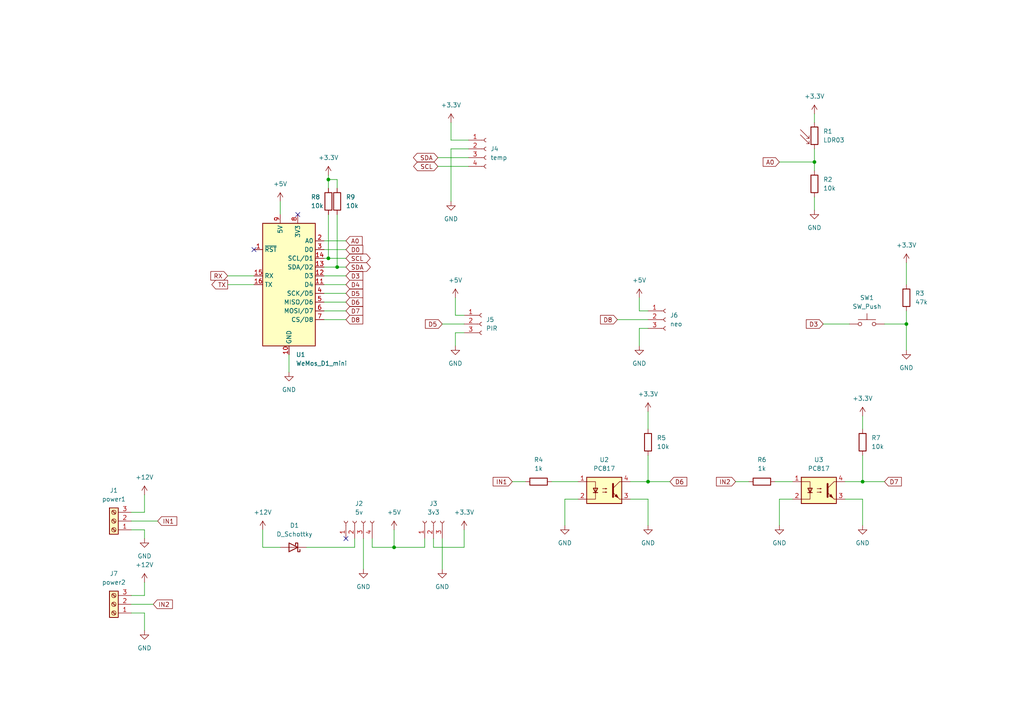
<source format=kicad_sch>
(kicad_sch (version 20211123) (generator eeschema)
  (paper "A4")
  (lib_symbols
    (symbol "Connector:Conn_01x03_Female" (pin_names (offset 1.016) hide)
      (property "Reference" "J" (at 0 5.08 0))
      (property "Value" "Conn_01x03_Female" (at 0 -5.08 0))
      (symbol "Conn_01x03_Female_1_1"
        (arc (start 0 -2.032) (mid -0.508 -2.54) (end 0 -3.048) (stroke (width 0.1524)))
        (polyline (pts (xy -1.27 -2.54) (xy -0.508 -2.54)) (stroke (width 0.1524)))
        (polyline (pts (xy -1.27 0) (xy -0.508 0)) (stroke (width 0.1524)))
        (polyline (pts (xy -1.27 2.54) (xy -0.508 2.54)) (stroke (width 0.1524)))
        (arc (start 0 0.508) (mid -0.508 0) (end 0 -0.508) (stroke (width 0.1524)))
        (arc (start 0 3.048) (mid -0.508 2.54) (end 0 2.032) (stroke (width 0.1524)))
        (pin passive line (at -5.08 2.54 0) (length 3.81) (name "Pin_1") (number "1"))
        (pin passive line (at -5.08 0 0) (length 3.81) (name "Pin_2") (number "2"))
        (pin passive line (at -5.08 -2.54 0) (length 3.81) (name "Pin_3") (number "3"))
      )
    )
    (symbol "Connector:Conn_01x04_Female" (pin_names (offset 1.016) hide)
      (property "Reference" "J" (at 0 5.08 0))
      (property "Value" "Conn_01x04_Female" (at 0 -7.62 0))
      (symbol "Conn_01x04_Female_1_1"
        (arc (start 0 -4.572) (mid -0.508 -5.08) (end 0 -5.588) (stroke (width 0.1524)))
        (arc (start 0 -2.032) (mid -0.508 -2.54) (end 0 -3.048) (stroke (width 0.1524)))
        (polyline (pts (xy -1.27 -5.08) (xy -0.508 -5.08)) (stroke (width 0.1524)))
        (polyline (pts (xy -1.27 -2.54) (xy -0.508 -2.54)) (stroke (width 0.1524)))
        (polyline (pts (xy -1.27 0) (xy -0.508 0)) (stroke (width 0.1524)))
        (polyline (pts (xy -1.27 2.54) (xy -0.508 2.54)) (stroke (width 0.1524)))
        (arc (start 0 0.508) (mid -0.508 0) (end 0 -0.508) (stroke (width 0.1524)))
        (arc (start 0 3.048) (mid -0.508 2.54) (end 0 2.032) (stroke (width 0.1524)))
        (pin passive line (at -5.08 2.54 0) (length 3.81) (name "Pin_1") (number "1"))
        (pin passive line (at -5.08 0 0) (length 3.81) (name "Pin_2") (number "2"))
        (pin passive line (at -5.08 -2.54 0) (length 3.81) (name "Pin_3") (number "3"))
        (pin passive line (at -5.08 -5.08 0) (length 3.81) (name "Pin_4") (number "4"))
      )
    )
    (symbol "Connector:Screw_Terminal_01x03" (pin_names (offset 1.016) hide)
      (property "Reference" "J" (at 0 5.08 0))
      (property "Value" "Screw_Terminal_01x03" (at 0 -5.08 0))
      (symbol "Screw_Terminal_01x03_1_1"
        (rectangle (start -1.27 3.81) (end 1.27 -3.81) (stroke (width 0.254)) (fill (type background)))
        (circle (center 0 -2.54) (radius 0.635) (stroke (width 0.1524)))
        (polyline (pts (xy -0.5334 -2.2098) (xy 0.3302 -3.048)) (stroke (width 0.1524)))
        (polyline (pts (xy -0.5334 0.3302) (xy 0.3302 -0.508)) (stroke (width 0.1524)))
        (polyline (pts (xy -0.5334 2.8702) (xy 0.3302 2.032)) (stroke (width 0.1524)))
        (polyline (pts (xy -0.3556 -2.032) (xy 0.508 -2.8702)) (stroke (width 0.1524)))
        (polyline (pts (xy -0.3556 0.508) (xy 0.508 -0.3302)) (stroke (width 0.1524)))
        (polyline (pts (xy -0.3556 3.048) (xy 0.508 2.2098)) (stroke (width 0.1524)))
        (circle (center 0 0) (radius 0.635) (stroke (width 0.1524)))
        (circle (center 0 2.54) (radius 0.635) (stroke (width 0.1524)))
        (pin passive line (at -5.08 2.54 0) (length 3.81) (name "Pin_1") (number "1"))
        (pin passive line (at -5.08 0 0) (length 3.81) (name "Pin_2") (number "2"))
        (pin passive line (at -5.08 -2.54 0) (length 3.81) (name "Pin_3") (number "3"))
      )
    )
    (symbol "Device:D_Schottky" (pin_numbers hide) (pin_names (offset 1.016) hide)
      (property "Reference" "D" (at 0 2.54 0))
      (property "Value" "D_Schottky" (at 0 -2.54 0))
      (symbol "D_Schottky_0_1"
        (polyline (pts (xy 1.27 0) (xy -1.27 0)))
        (polyline (pts (xy 1.27 1.27) (xy 1.27 -1.27) (xy -1.27 0) (xy 1.27 1.27)) (stroke (width 0.254)))
        (polyline (pts (xy -1.905 0.635) (xy -1.905 1.27) (xy -1.27 1.27) (xy -1.27 -1.27) (xy -0.635 -1.27) (xy -0.635 -0.635)) (stroke (width 0.254)))
      )
      (symbol "D_Schottky_1_1"
        (pin passive line (at -3.81 0 0) (length 2.54) (name "K") (number "1"))
        (pin passive line (at 3.81 0 180) (length 2.54) (name "A") (number "2"))
      )
    )
    (symbol "Device:R" (pin_numbers hide) (pin_names (offset 0))
      (property "Reference" "R" (at 2.032 0 90))
      (property "Value" "R" (at 0 0 90))
      (symbol "R_0_1"
        (rectangle (start -1.016 -2.54) (end 1.016 2.54) (stroke (width 0.254)))
      )
      (symbol "R_1_1"
        (pin passive line (at 0 3.81 270) (length 1.27) (name "~") (number "1"))
        (pin passive line (at 0 -3.81 90) (length 1.27) (name "~") (number "2"))
      )
    )
    (symbol "Isolator:PC817" (pin_names (offset 1.016))
      (property "Reference" "U" (at -5.08 5.08 0))
      (property "Value" "PC817" (at 0 5.08 0))
      (symbol "PC817_0_1"
        (rectangle (start -5.08 3.81) (end 5.08 -3.81) (stroke (width 0.254)) (fill (type background)))
        (polyline (pts (xy -3.175 -0.635) (xy -1.905 -0.635)) (stroke (width 0.254)))
        (polyline (pts (xy 2.54 0.635) (xy 4.445 2.54)))
        (polyline (pts (xy 4.445 -2.54) (xy 2.54 -0.635)) (fill (type outline)))
        (polyline (pts (xy 4.445 -2.54) (xy 5.08 -2.54)))
        (polyline (pts (xy 4.445 2.54) (xy 5.08 2.54)))
        (polyline (pts (xy -5.08 2.54) (xy -2.54 2.54) (xy -2.54 -0.635)))
        (polyline (pts (xy -2.54 -0.635) (xy -2.54 -2.54) (xy -5.08 -2.54)))
        (polyline (pts (xy 2.54 1.905) (xy 2.54 -1.905) (xy 2.54 -1.905)) (stroke (width 0.508)))
        (polyline (pts (xy -2.54 -0.635) (xy -3.175 0.635) (xy -1.905 0.635) (xy -2.54 -0.635)) (stroke (width 0.254)))
        (polyline (pts (xy -0.508 -0.508) (xy 0.762 -0.508) (xy 0.381 -0.635) (xy 0.381 -0.381) (xy 0.762 -0.508)))
        (polyline (pts (xy -0.508 0.508) (xy 0.762 0.508) (xy 0.381 0.381) (xy 0.381 0.635) (xy 0.762 0.508)))
        (polyline (pts (xy 3.048 -1.651) (xy 3.556 -1.143) (xy 4.064 -2.159) (xy 3.048 -1.651) (xy 3.048 -1.651)) (fill (type outline)))
      )
      (symbol "PC817_1_1"
        (pin passive line (at -7.62 2.54 0) (length 2.54) (name "~") (number "1"))
        (pin passive line (at -7.62 -2.54 0) (length 2.54) (name "~") (number "2"))
        (pin passive line (at 7.62 -2.54 180) (length 2.54) (name "~") (number "3"))
        (pin passive line (at 7.62 2.54 180) (length 2.54) (name "~") (number "4"))
      )
    )
    (symbol "MCU_Module:WeMos_D1_mini"
      (property "Reference" "U" (at 3.81 19.05 0))
      (property "Value" "WeMos_D1_mini" (at 1.27 -19.05 0))
      (symbol "WeMos_D1_mini_1_1"
        (rectangle (start -7.62 17.78) (end 7.62 -17.78) (stroke (width 0.254)) (fill (type background)))
        (pin input line (at -10.16 10.16 0) (length 2.54) (name "~{RST}") (number "1"))
        (pin power_in line (at 0 -20.32 90) (length 2.54) (name "GND") (number "10"))
        (pin bidirectional line (at 10.16 0 180) (length 2.54) (name "D4") (number "11"))
        (pin bidirectional line (at 10.16 2.54 180) (length 2.54) (name "D3") (number "12"))
        (pin bidirectional line (at 10.16 5.08 180) (length 2.54) (name "SDA/D2") (number "13"))
        (pin bidirectional line (at 10.16 7.62 180) (length 2.54) (name "SCL/D1") (number "14"))
        (pin input line (at -10.16 2.54 0) (length 2.54) (name "RX") (number "15"))
        (pin output line (at -10.16 0 0) (length 2.54) (name "TX") (number "16"))
        (pin input line (at 10.16 12.7 180) (length 2.54) (name "A0") (number "2"))
        (pin bidirectional line (at 10.16 10.16 180) (length 2.54) (name "D0") (number "3"))
        (pin bidirectional line (at 10.16 -2.54 180) (length 2.54) (name "SCK/D5") (number "4"))
        (pin bidirectional line (at 10.16 -5.08 180) (length 2.54) (name "MISO/D6") (number "5"))
        (pin bidirectional line (at 10.16 -7.62 180) (length 2.54) (name "MOSI/D7") (number "6"))
        (pin bidirectional line (at 10.16 -10.16 180) (length 2.54) (name "CS/D8") (number "7"))
        (pin power_out line (at 2.54 20.32 270) (length 2.54) (name "3V3") (number "8"))
        (pin power_in line (at -2.54 20.32 270) (length 2.54) (name "5V") (number "9"))
      )
    )
    (symbol "Sensor_Optical:LDR03" (pin_numbers hide) (pin_names (offset 0))
      (property "Reference" "R" (at -5.08 0 90))
      (property "Value" "LDR03" (at 1.905 0 90))
      (symbol "LDR03_0_1"
        (rectangle (start -1.016 2.54) (end 1.016 -2.54) (stroke (width 0.254)))
        (polyline (pts (xy -1.524 -2.286) (xy -4.064 0.254)))
        (polyline (pts (xy -1.524 -2.286) (xy -2.286 -2.286)))
        (polyline (pts (xy -1.524 -2.286) (xy -1.524 -1.524)))
        (polyline (pts (xy -1.524 -0.762) (xy -4.064 1.778)))
        (polyline (pts (xy -1.524 -0.762) (xy -2.286 -0.762)))
        (polyline (pts (xy -1.524 -0.762) (xy -1.524 0)))
      )
      (symbol "LDR03_1_1"
        (pin passive line (at 0 3.81 270) (length 1.27) (name "~") (number "1"))
        (pin passive line (at 0 -3.81 90) (length 1.27) (name "~") (number "2"))
      )
    )
    (symbol "Switch:SW_Push" (pin_numbers hide) (pin_names (offset 1.016) hide)
      (property "Reference" "SW" (at 1.27 2.54 0))
      (property "Value" "SW_Push" (at 0 -1.524 0))
      (symbol "SW_Push_0_1"
        (circle (center -2.032 0) (radius 0.508))
        (polyline (pts (xy 0 1.27) (xy 0 3.048)))
        (polyline (pts (xy 2.54 1.27) (xy -2.54 1.27)))
        (circle (center 2.032 0) (radius 0.508))
        (pin passive line (at -5.08 0 0) (length 2.54) (name "1") (number "1"))
        (pin passive line (at 5.08 0 180) (length 2.54) (name "2") (number "2"))
      )
    )
    (symbol "power:+12V" (power) (pin_names (offset 0))
      (property "Value" "+12V" (at 0 3.556 0))
      (symbol "+12V_0_1"
        (polyline (pts (xy -0.762 1.27) (xy 0 2.54)))
        (polyline (pts (xy 0 0) (xy 0 2.54)))
        (polyline (pts (xy 0 2.54) (xy 0.762 1.27)))
      )
      (symbol "+12V_1_1"
        (pin power_in line (at 0 0 90) (length 0) hide (name "+12V") (number "1"))
      )
    )
    (symbol "power:+3.3V" (power) (pin_names (offset 0))
      (property "Value" "+3.3V" (at 0 3.556 0))
      (symbol "+3.3V_0_1"
        (polyline (pts (xy -0.762 1.27) (xy 0 2.54)))
        (polyline (pts (xy 0 0) (xy 0 2.54)))
        (polyline (pts (xy 0 2.54) (xy 0.762 1.27)))
      )
      (symbol "+3.3V_1_1"
        (pin power_in line (at 0 0 90) (length 0) hide (name "+3.3V") (number "1"))
      )
    )
    (symbol "power:+5V" (power) (pin_names (offset 0))
      (property "Value" "+5V" (at 0 3.556 0))
      (symbol "+5V_0_1"
        (polyline (pts (xy -0.762 1.27) (xy 0 2.54)))
        (polyline (pts (xy 0 0) (xy 0 2.54)))
        (polyline (pts (xy 0 2.54) (xy 0.762 1.27)))
      )
      (symbol "+5V_1_1"
        (pin power_in line (at 0 0 90) (length 0) hide (name "+5V") (number "1"))
      )
    )
    (symbol "power:GND" (power) (pin_names (offset 0))
      (property "Value" "GND" (at 0 -3.81 0))
      (symbol "GND_0_1"
        (polyline (pts (xy 0 0) (xy 0 -1.27) (xy 1.27 -1.27) (xy 0 -2.54) (xy -1.27 -1.27) (xy 0 -1.27)))
      )
      (symbol "GND_1_1"
        (pin power_in line (at 0 0 270) (length 0) hide (name "GND") (number "1"))
      )
    )
  )
  (junction (at 262.89 93.98))
  (junction (at 187.96 139.7))
  (junction (at 114.3 158.75))
  (junction (at 250.19 139.7))
  (junction (at 97.79 77.47))
  (junction (at 95.25 74.93))
  (junction (at 95.25 52.07))
  (junction (at 236.22 46.99))
  (no_connect (at 86.36 62.23))
  (no_connect (at 100.33 156.21))
  (no_connect (at 73.66 72.39))
  (wire (pts (xy 134.62 91.44) (xy 132.08 91.44)))
  (wire (pts (xy 179.07 92.71) (xy 187.96 92.71)))
  (wire (pts (xy 107.95 156.21) (xy 107.95 158.75)))
  (wire (pts (xy 187.96 139.7) (xy 194.31 139.7)))
  (wire (pts (xy 128.27 156.21) (xy 128.27 165.1)))
  (wire (pts (xy 41.91 153.67) (xy 41.91 156.21)))
  (wire (pts (xy 95.25 52.07) (xy 95.25 54.61)))
  (wire (pts (xy 66.04 82.55) (xy 73.66 82.55)))
  (wire (pts (xy 41.91 172.72) (xy 41.91 168.91)))
  (wire (pts (xy 97.79 52.07) (xy 95.25 52.07)))
  (wire (pts (xy 97.79 54.61) (xy 97.79 52.07)))
  (wire (pts (xy 135.89 43.18) (xy 130.81 43.18)))
  (wire (pts (xy 163.83 144.78) (xy 163.83 152.4)))
  (wire (pts (xy 187.96 144.78) (xy 187.96 152.4)))
  (wire (pts (xy 93.98 72.39) (xy 100.33 72.39)))
  (wire (pts (xy 81.28 58.42) (xy 81.28 62.23)))
  (wire (pts (xy 41.91 148.59) (xy 41.91 143.51)))
  (wire (pts (xy 226.06 144.78) (xy 226.06 152.4)))
  (wire (pts (xy 182.88 139.7) (xy 187.96 139.7)))
  (wire (pts (xy 38.1 151.13) (xy 45.72 151.13)))
  (wire (pts (xy 130.81 35.56) (xy 130.81 40.64)))
  (wire (pts (xy 256.54 93.98) (xy 262.89 93.98)))
  (wire (pts (xy 93.98 85.09) (xy 100.33 85.09)))
  (wire (pts (xy 213.36 139.7) (xy 217.17 139.7)))
  (wire (pts (xy 148.59 139.7) (xy 152.4 139.7)))
  (wire (pts (xy 95.25 74.93) (xy 100.33 74.93)))
  (wire (pts (xy 134.62 96.52) (xy 132.08 96.52)))
  (wire (pts (xy 226.06 46.99) (xy 236.22 46.99)))
  (wire (pts (xy 187.96 119.38) (xy 187.96 124.46)))
  (wire (pts (xy 102.87 158.75) (xy 102.87 156.21)))
  (wire (pts (xy 167.64 144.78) (xy 163.83 144.78)))
  (wire (pts (xy 114.3 158.75) (xy 114.3 153.67)))
  (wire (pts (xy 160.02 139.7) (xy 167.64 139.7)))
  (wire (pts (xy 93.98 74.93) (xy 95.25 74.93)))
  (wire (pts (xy 93.98 90.17) (xy 100.33 90.17)))
  (wire (pts (xy 97.79 62.23) (xy 97.79 77.47)))
  (wire (pts (xy 93.98 77.47) (xy 97.79 77.47)))
  (wire (pts (xy 41.91 177.8) (xy 41.91 182.88)))
  (wire (pts (xy 134.62 158.75) (xy 134.62 153.67)))
  (wire (pts (xy 95.25 50.8) (xy 95.25 52.07)))
  (wire (pts (xy 262.89 93.98) (xy 262.89 101.6)))
  (wire (pts (xy 97.79 77.47) (xy 100.33 77.47)))
  (wire (pts (xy 93.98 69.85) (xy 100.33 69.85)))
  (wire (pts (xy 38.1 177.8) (xy 41.91 177.8)))
  (wire (pts (xy 66.04 80.01) (xy 73.66 80.01)))
  (wire (pts (xy 93.98 82.55) (xy 100.33 82.55)))
  (wire (pts (xy 125.73 156.21) (xy 125.73 158.75)))
  (wire (pts (xy 76.2 158.75) (xy 81.28 158.75)))
  (wire (pts (xy 238.76 93.98) (xy 246.38 93.98)))
  (wire (pts (xy 236.22 43.18) (xy 236.22 46.99)))
  (wire (pts (xy 38.1 148.59) (xy 41.91 148.59)))
  (wire (pts (xy 105.41 156.21) (xy 105.41 165.1)))
  (wire (pts (xy 95.25 62.23) (xy 95.25 74.93)))
  (wire (pts (xy 93.98 92.71) (xy 100.33 92.71)))
  (wire (pts (xy 250.19 139.7) (xy 256.54 139.7)))
  (wire (pts (xy 245.11 144.78) (xy 250.19 144.78)))
  (wire (pts (xy 88.9 158.75) (xy 102.87 158.75)))
  (wire (pts (xy 132.08 96.52) (xy 132.08 100.33)))
  (wire (pts (xy 127 45.72) (xy 135.89 45.72)))
  (wire (pts (xy 185.42 95.25) (xy 185.42 100.33)))
  (wire (pts (xy 236.22 46.99) (xy 236.22 49.53)))
  (wire (pts (xy 236.22 33.02) (xy 236.22 35.56)))
  (wire (pts (xy 250.19 144.78) (xy 250.19 152.4)))
  (wire (pts (xy 262.89 93.98) (xy 262.89 90.17)))
  (wire (pts (xy 224.79 139.7) (xy 229.87 139.7)))
  (wire (pts (xy 187.96 139.7) (xy 187.96 132.08)))
  (wire (pts (xy 245.11 139.7) (xy 250.19 139.7)))
  (wire (pts (xy 262.89 76.2) (xy 262.89 82.55)))
  (wire (pts (xy 123.19 158.75) (xy 123.19 156.21)))
  (wire (pts (xy 130.81 43.18) (xy 130.81 58.42)))
  (wire (pts (xy 83.82 102.87) (xy 83.82 107.95)))
  (wire (pts (xy 93.98 87.63) (xy 100.33 87.63)))
  (wire (pts (xy 229.87 144.78) (xy 226.06 144.78)))
  (wire (pts (xy 182.88 144.78) (xy 187.96 144.78)))
  (wire (pts (xy 250.19 120.65) (xy 250.19 124.46)))
  (wire (pts (xy 130.81 40.64) (xy 135.89 40.64)))
  (wire (pts (xy 132.08 91.44) (xy 132.08 86.36)))
  (wire (pts (xy 76.2 158.75) (xy 76.2 153.67)))
  (wire (pts (xy 187.96 90.17) (xy 185.42 90.17)))
  (wire (pts (xy 236.22 57.15) (xy 236.22 60.96)))
  (wire (pts (xy 128.27 93.98) (xy 134.62 93.98)))
  (wire (pts (xy 93.98 80.01) (xy 100.33 80.01)))
  (wire (pts (xy 187.96 95.25) (xy 185.42 95.25)))
  (wire (pts (xy 185.42 90.17) (xy 185.42 86.36)))
  (wire (pts (xy 127 48.26) (xy 135.89 48.26)))
  (wire (pts (xy 250.19 139.7) (xy 250.19 132.08)))
  (wire (pts (xy 107.95 158.75) (xy 114.3 158.75)))
  (wire (pts (xy 114.3 158.75) (xy 123.19 158.75)))
  (wire (pts (xy 38.1 172.72) (xy 41.91 172.72)))
  (wire (pts (xy 38.1 175.26) (xy 44.45 175.26)))
  (wire (pts (xy 38.1 153.67) (xy 41.91 153.67)))
  (wire (pts (xy 125.73 158.75) (xy 134.62 158.75)))
  (global_label "D0" (shape input) (at 100.33 72.39 0) (property "Intersheet References" "${INTERSHEET_REFS}" (effects hide)))
  (global_label "D3" (shape input) (at 238.76 93.98 180) (property "Intersheet References" "${INTERSHEET_REFS}" (effects hide)))
  (global_label "D5" (shape input) (at 100.33 85.09 0) (property "Intersheet References" "${INTERSHEET_REFS}" (effects hide)))
  (global_label "D5" (shape input) (at 128.27 93.98 180) (property "Intersheet References" "${INTERSHEET_REFS}" (effects hide)))
  (global_label "D8" (shape input) (at 179.07 92.71 180) (property "Intersheet References" "${INTERSHEET_REFS}" (effects hide)))
  (global_label "SCL" (shape bidirectional) (at 127 48.26 180) (property "Intersheet References" "${INTERSHEET_REFS}" (effects hide)))
  (global_label "D7" (shape input) (at 256.54 139.7 0) (property "Intersheet References" "${INTERSHEET_REFS}" (effects hide)))
  (global_label "SDA" (shape bidirectional) (at 127 45.72 180) (property "Intersheet References" "${INTERSHEET_REFS}" (effects hide)))
  (global_label "D4" (shape input) (at 100.33 82.55 0) (property "Intersheet References" "${INTERSHEET_REFS}" (effects hide)))
  (global_label "A0" (shape input) (at 100.33 69.85 0) (property "Intersheet References" "${INTERSHEET_REFS}" (effects hide)))
  (global_label "SDA" (shape bidirectional) (at 100.33 77.47 0) (property "Intersheet References" "${INTERSHEET_REFS}" (effects hide)))
  (global_label "D3" (shape input) (at 100.33 80.01 0) (property "Intersheet References" "${INTERSHEET_REFS}" (effects hide)))
  (global_label "D8" (shape input) (at 100.33 92.71 0) (property "Intersheet References" "${INTERSHEET_REFS}" (effects hide)))
  (global_label "TX" (shape output) (at 66.04 82.55 180) (property "Intersheet References" "${INTERSHEET_REFS}" (effects hide)))
  (global_label "SCL" (shape bidirectional) (at 100.33 74.93 0) (property "Intersheet References" "${INTERSHEET_REFS}" (effects hide)))
  (global_label "D7" (shape input) (at 100.33 90.17 0) (property "Intersheet References" "${INTERSHEET_REFS}" (effects hide)))
  (global_label "IN2" (shape input) (at 44.45 175.26 0) (property "Intersheet References" "${INTERSHEET_REFS}" (effects hide)))
  (global_label "IN1" (shape input) (at 45.72 151.13 0) (property "Intersheet References" "${INTERSHEET_REFS}" (effects hide)))
  (global_label "D6" (shape input) (at 100.33 87.63 0) (property "Intersheet References" "${INTERSHEET_REFS}" (effects hide)))
  (global_label "RX" (shape input) (at 66.04 80.01 180) (property "Intersheet References" "${INTERSHEET_REFS}" (effects hide)))
  (global_label "IN2" (shape input) (at 213.36 139.7 180) (property "Intersheet References" "${INTERSHEET_REFS}" (effects hide)))
  (global_label "IN1" (shape input) (at 148.59 139.7 180) (property "Intersheet References" "${INTERSHEET_REFS}" (effects hide)))
  (global_label "A0" (shape input) (at 226.06 46.99 180) (property "Intersheet References" "${INTERSHEET_REFS}" (effects hide)))
  (global_label "D6" (shape input) (at 194.31 139.7 0) (property "Intersheet References" "${INTERSHEET_REFS}" (effects hide)))
  (symbol (lib_id "power:GND") (at 262.89 101.6 0) (unit 1)
    (property "Reference" "#PWR0101" (effects hide))
    (property "Value" "GND" (at 262.89 106.68 0))
  )
  (symbol (lib_id "Device:R") (at 187.96 128.27 0) (unit 1)
    (property "Reference" "R5" (at 190.5 126.9999 0) (effects (justify left)))
    (property "Value" "10k" (at 190.5 129.5399 0) (effects (justify left)))
    (property "Footprint" "Resistor_SMD:R_0805_2012Metric" (effects hide))
  )
  (symbol (lib_id "Sensor_Optical:LDR03") (at 236.22 39.37 0) (unit 1)
    (property "Reference" "R1" (at 238.76 38.0999 0) (effects (justify left)))
    (property "Value" "LDR03" (at 238.76 40.6399 0) (effects (justify left)))
    (property "Footprint" "OptoDevice:R_LDR_4.9x4.2mm_P2.54mm_Vertical" (effects hide))
    (property "Datasheet" "http://www.elektronica-componenten.nl/WebRoot/StoreNL/Shops/61422969/54F1/BA0C/C664/31B9/2173/C0A8/2AB9/2AEF/LDR03IMP.pdf" (effects hide))
  )
  (symbol (lib_id "MCU_Module:WeMos_D1_mini") (at 83.82 82.55 0) (unit 1)
    (property "Reference" "U1" (at 85.8394 102.87 0) (effects (justify left)))
    (property "Value" "WeMos_D1_mini" (at 85.8394 105.41 0) (effects (justify left)))
    (property "Footprint" "Module:WEMOS_D1_mini_light" (effects hide))
    (property "Datasheet" "https://wiki.wemos.cc/products:d1:d1_mini#documentation" (effects hide))
  )
  (symbol (lib_id "power:+12V") (at 41.91 168.91 0) (unit 1)
    (property "Reference" "#PWR0122" (effects hide))
    (property "Value" "+12V" (at 41.91 163.83 0))
  )
  (symbol (lib_id "power:GND") (at 187.96 152.4 0) (unit 1)
    (property "Reference" "#PWR0128" (effects hide))
    (property "Value" "GND" (at 187.96 157.48 0))
  )
  (symbol (lib_id "Connector:Conn_01x04_Female") (at 140.97 43.18 0) (unit 1)
    (property "Reference" "J4" (at 142.24 43.1799 0) (effects (justify left)))
    (property "Value" "temp" (at 142.24 45.7199 0) (effects (justify left)))
    (property "Footprint" "Connector_PinSocket_2.54mm:PinSocket_1x04_P2.54mm_Vertical" (effects hide))
  )
  (symbol (lib_id "power:+3.3V") (at 262.89 76.2 0) (unit 1)
    (property "Reference" "#PWR0106" (effects hide))
    (property "Value" "+3.3V" (at 262.89 71.12 0))
  )
  (symbol (lib_id "Connector:Screw_Terminal_01x03") (at 33.02 175.26 180) (unit 1)
    (property "Reference" "J7" (at 33.02 166.37 0))
    (property "Value" "power2" (at 33.02 168.91 0))
    (property "Footprint" "TerminalBlock:TerminalBlock_bornier-3_P5.08mm" (effects hide))
  )
  (symbol (lib_id "power:GND") (at 163.83 152.4 0) (unit 1)
    (property "Reference" "#PWR0127" (effects hide))
    (property "Value" "GND" (at 163.83 157.48 0))
  )
  (symbol (lib_id "power:GND") (at 226.06 152.4 0) (unit 1)
    (property "Reference" "#PWR0125" (effects hide))
    (property "Value" "GND" (at 226.06 157.48 0))
  )
  (symbol (lib_id "Connector:Screw_Terminal_01x03") (at 33.02 151.13 180) (unit 1)
    (property "Reference" "J1" (at 33.02 142.24 0))
    (property "Value" "power1" (at 33.02 144.78 0))
    (property "Footprint" "TerminalBlock:TerminalBlock_bornier-3_P5.08mm" (effects hide))
  )
  (symbol (lib_id "power:+12V") (at 41.91 143.51 0) (unit 1)
    (property "Reference" "#PWR0120" (effects hide))
    (property "Value" "+12V" (at 41.91 138.43 0))
  )
  (symbol (lib_id "power:GND") (at 250.19 152.4 0) (unit 1)
    (property "Reference" "#PWR0126" (effects hide))
    (property "Value" "GND" (at 250.19 157.48 0))
  )
  (symbol (lib_id "Device:R") (at 97.79 58.42 0) (unit 1)
    (property "Reference" "R9" (at 100.33 57.1499 0) (effects (justify left)))
    (property "Value" "10k" (at 100.33 59.6899 0) (effects (justify left)))
    (property "Footprint" "Resistor_SMD:R_0805_2012Metric" (effects hide))
  )
  (symbol (lib_id "power:GND") (at 185.42 100.33 0) (unit 1)
    (property "Reference" "#PWR0124" (effects hide))
    (property "Value" "GND" (at 185.42 105.41 0))
  )
  (symbol (lib_id "Connector:Conn_01x03_Female") (at 125.73 151.13 90) (unit 1)
    (property "Reference" "J3" (at 125.73 146.05 90))
    (property "Value" "3v3" (at 125.73 148.59 90))
    (property "Footprint" "Connector_PinSocket_2.54mm:PinSocket_1x03_P2.54mm_Vertical" (effects hide))
  )
  (symbol (lib_id "power:+3.3V") (at 95.25 50.8 0) (unit 1)
    (property "Reference" "#PWR0130" (effects hide))
    (property "Value" "+3.3V" (at 95.25 45.72 0))
  )
  (symbol (lib_id "power:+3.3V") (at 130.81 35.56 0) (unit 1)
    (property "Reference" "#PWR0102" (effects hide))
    (property "Value" "+3.3V" (at 130.81 30.48 0))
  )
  (symbol (lib_id "Isolator:PC817") (at 175.26 142.24 0) (unit 1)
    (property "Reference" "U2" (at 175.26 133.35 0))
    (property "Value" "PC817" (at 175.26 135.89 0))
    (property "Footprint" "Package_DIP:DIP-4_W7.62mm" (effects hide))
    (property "Datasheet" "http://www.soselectronic.cz/a_info/resource/d/pc817.pdf" (effects hide))
  )
  (symbol (lib_id "power:GND") (at 105.41 165.1 0) (unit 1)
    (property "Reference" "#PWR0113" (effects hide))
    (property "Value" "GND" (at 105.41 170.18 0))
  )
  (symbol (lib_id "power:GND") (at 130.81 58.42 0) (unit 1)
    (property "Reference" "#PWR0112" (effects hide))
    (property "Value" "GND" (at 130.81 63.5 0))
  )
  (symbol (lib_id "power:GND") (at 236.22 60.96 0) (unit 1)
    (property "Reference" "#PWR0107" (effects hide))
    (property "Value" "GND" (at 236.22 66.04 0))
  )
  (symbol (lib_id "power:GND") (at 41.91 182.88 0) (unit 1)
    (property "Reference" "#PWR0114" (effects hide))
    (property "Value" "GND" (at 41.91 187.96 0))
  )
  (symbol (lib_id "Device:R") (at 156.21 139.7 90) (unit 1)
    (property "Reference" "R4" (at 156.21 133.35 90))
    (property "Value" "1k" (at 156.21 135.89 90))
    (property "Footprint" "Resistor_SMD:R_0805_2012Metric" (effects hide))
  )
  (symbol (lib_id "Device:R") (at 95.25 58.42 0) (unit 1)
    (property "Reference" "R8" (at 90.17 57.15 0) (effects (justify left)))
    (property "Value" "10k" (at 90.17 59.69 0) (effects (justify left)))
    (property "Footprint" "Resistor_SMD:R_0805_2012Metric" (effects hide))
  )
  (symbol (lib_id "Switch:SW_Push") (at 251.46 93.98 0) (unit 1)
    (property "Reference" "SW1" (at 251.46 86.36 0))
    (property "Value" "SW_Push" (at 251.46 88.9 0))
    (property "Footprint" "Button_Switch_THT:SW_PUSH_6mm" (effects hide))
  )
  (symbol (lib_id "power:+5V") (at 114.3 153.67 0) (unit 1)
    (property "Reference" "#PWR0118" (effects hide))
    (property "Value" "+5V" (at 114.3 148.59 0))
  )
  (symbol (lib_id "power:GND") (at 41.91 156.21 0) (unit 1)
    (property "Reference" "#PWR0121" (effects hide))
    (property "Value" "GND" (at 41.91 161.29 0))
  )
  (symbol (lib_id "Device:R") (at 262.89 86.36 0) (unit 1)
    (property "Reference" "R3" (at 265.43 85.0899 0) (effects (justify left)))
    (property "Value" "47k" (at 265.43 87.6299 0) (effects (justify left)))
    (property "Footprint" "Resistor_SMD:R_0805_2012Metric" (effects hide))
  )
  (symbol (lib_id "power:GND") (at 128.27 165.1 0) (unit 1)
    (property "Reference" "#PWR0117" (effects hide))
    (property "Value" "GND" (at 128.27 170.18 0))
  )
  (symbol (lib_id "power:GND") (at 132.08 100.33 0) (unit 1)
    (property "Reference" "#PWR0109" (effects hide))
    (property "Value" "GND" (at 132.08 105.41 0))
  )
  (symbol (lib_id "power:+5V") (at 81.28 58.42 0) (unit 1)
    (property "Reference" "#PWR0111" (effects hide))
    (property "Value" "+5V" (at 81.28 53.34 0))
  )
  (symbol (lib_id "Device:R") (at 236.22 53.34 0) (unit 1)
    (property "Reference" "R2" (at 238.76 52.0699 0) (effects (justify left)))
    (property "Value" "10k" (at 238.76 54.6099 0) (effects (justify left)))
    (property "Footprint" "Resistor_SMD:R_0805_2012Metric" (effects hide))
  )
  (symbol (lib_id "Device:D_Schottky") (at 85.09 158.75 180) (unit 1)
    (property "Reference" "D1" (at 85.4075 152.4 0))
    (property "Value" "D_Schottky" (at 85.4075 154.94 0))
    (property "Footprint" "Diode_SMD:D_SMA" (effects hide))
  )
  (symbol (lib_id "Connector:Conn_01x03_Female") (at 139.7 93.98 0) (unit 1)
    (property "Reference" "J5" (at 140.97 92.7099 0) (effects (justify left)))
    (property "Value" "PIR" (at 140.97 95.2499 0) (effects (justify left)))
    (property "Footprint" "Connector_PinSocket_2.54mm:PinSocket_1x03_P2.54mm_Vertical" (effects hide))
  )
  (symbol (lib_id "Device:R") (at 250.19 128.27 0) (unit 1)
    (property "Reference" "R7" (at 252.73 126.9999 0) (effects (justify left)))
    (property "Value" "10k" (at 252.73 129.5399 0) (effects (justify left)))
    (property "Footprint" "Resistor_SMD:R_0805_2012Metric" (effects hide))
  )
  (symbol (lib_id "Connector:Conn_01x03_Female") (at 193.04 92.71 0) (unit 1)
    (property "Reference" "J6" (at 194.31 91.4399 0) (effects (justify left)))
    (property "Value" "neo" (at 194.31 93.9799 0) (effects (justify left)))
    (property "Footprint" "Connector_PinSocket_2.54mm:PinSocket_1x03_P2.54mm_Vertical" (effects hide))
  )
  (symbol (lib_id "power:+3.3V") (at 187.96 119.38 0) (unit 1)
    (property "Reference" "#PWR0129" (effects hide))
    (property "Value" "+3.3V" (at 187.96 114.3 0))
  )
  (symbol (lib_id "power:+5V") (at 132.08 86.36 0) (unit 1)
    (property "Reference" "#PWR0108" (effects hide))
    (property "Value" "+5V" (at 132.08 81.28 0))
  )
  (symbol (lib_id "power:+12V") (at 76.2 153.67 0) (unit 1)
    (property "Reference" "#PWR0115" (effects hide))
    (property "Value" "+12V" (at 76.2 148.59 0))
  )
  (symbol (lib_id "power:GND") (at 83.82 107.95 0) (unit 1)
    (property "Reference" "#PWR0110" (effects hide))
    (property "Value" "GND" (at 83.82 113.03 0))
  )
  (symbol (lib_id "power:+3.3V") (at 236.22 33.02 0) (unit 1)
    (property "Reference" "#PWR0103" (effects hide))
    (property "Value" "+3.3V" (at 236.22 27.94 0))
  )
  (symbol (lib_id "power:+3.3V") (at 250.19 120.65 0) (unit 1)
    (property "Reference" "#PWR0119" (effects hide))
    (property "Value" "+3.3V" (at 250.19 115.57 0))
  )
  (symbol (lib_id "Connector:Conn_01x04_Female") (at 102.87 151.13 90) (unit 1)
    (property "Reference" "J2" (at 104.14 146.05 90))
    (property "Value" "5v" (at 104.14 148.59 90))
    (property "Footprint" "Connector_PinSocket_2.54mm:PinSocket_1x04_P2.54mm_Vertical" (effects hide))
  )
  (symbol (lib_id "Device:R") (at 220.98 139.7 90) (unit 1)
    (property "Reference" "R6" (at 220.98 133.35 90))
    (property "Value" "1k" (at 220.98 135.89 90))
    (property "Footprint" "Resistor_SMD:R_0805_2012Metric" (effects hide))
  )
  (symbol (lib_id "power:+3.3V") (at 134.62 153.67 0) (unit 1)
    (property "Reference" "#PWR0116" (effects hide))
    (property "Value" "+3.3V" (at 134.62 148.59 0))
  )
  (symbol (lib_id "power:+5V") (at 185.42 86.36 0) (unit 1)
    (property "Reference" "#PWR0123" (effects hide))
    (property "Value" "+5V" (at 185.42 81.28 0))
  )
  (symbol (lib_id "Isolator:PC817") (at 237.49 142.24 0) (unit 1)
    (property "Reference" "U3" (at 237.49 133.35 0))
    (property "Value" "PC817" (at 237.49 135.89 0))
    (property "Footprint" "Package_DIP:DIP-4_W7.62mm" (effects hide))
    (property "Datasheet" "http://www.soselectronic.cz/a_info/resource/d/pc817.pdf" (effects hide))
  )
)
</source>
